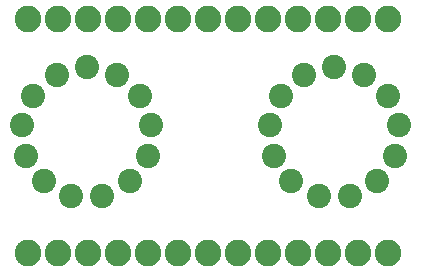
<source format=gbs>
G04 MADE WITH FRITZING*
G04 WWW.FRITZING.ORG*
G04 DOUBLE SIDED*
G04 HOLES PLATED*
G04 CONTOUR ON CENTER OF CONTOUR VECTOR*
%ASAXBY*%
%FSLAX23Y23*%
%MOIN*%
%OFA0B0*%
%SFA1.0B1.0*%
%ADD10C,0.088740*%
%ADD11C,0.080866*%
%LNMASK0*%
G90*
G70*
G54D10*
X217Y864D03*
X217Y85D03*
X317Y864D03*
X317Y85D03*
X417Y864D03*
X417Y85D03*
X517Y864D03*
X517Y85D03*
X617Y864D03*
X617Y85D03*
X717Y864D03*
X717Y85D03*
X817Y864D03*
X817Y85D03*
X917Y864D03*
X917Y85D03*
X1017Y864D03*
X1017Y85D03*
X1117Y864D03*
X1117Y85D03*
X1217Y864D03*
X1217Y85D03*
X1317Y864D03*
X1317Y85D03*
X1417Y864D03*
X1417Y85D03*
G54D11*
X414Y704D03*
X515Y679D03*
X592Y610D03*
X629Y513D03*
X617Y410D03*
X558Y325D03*
X466Y277D03*
X362Y277D03*
X271Y325D03*
X212Y410D03*
X199Y513D03*
X236Y610D03*
X314Y679D03*
X1239Y704D03*
X1340Y679D03*
X1417Y610D03*
X1454Y513D03*
X1442Y410D03*
X1383Y325D03*
X1291Y277D03*
X1187Y277D03*
X1096Y325D03*
X1037Y410D03*
X1024Y513D03*
X1061Y610D03*
X1139Y679D03*
G04 End of Mask0*
M02*
</source>
